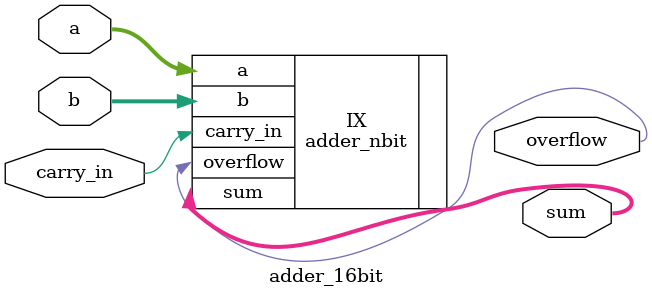
<source format=sv>

module adder_16bit
(
	input wire [15:0] a,
	input wire [15:0] b,
	input wire carry_in,
	output wire [15:0] sum,
	output wire overflow
);

	adder_nbit #(.BIT_WIDTH(16)) IX (.a(a), .b(b), .carry_in(carry_in), .sum(sum), .overflow(overflow));

endmodule
</source>
